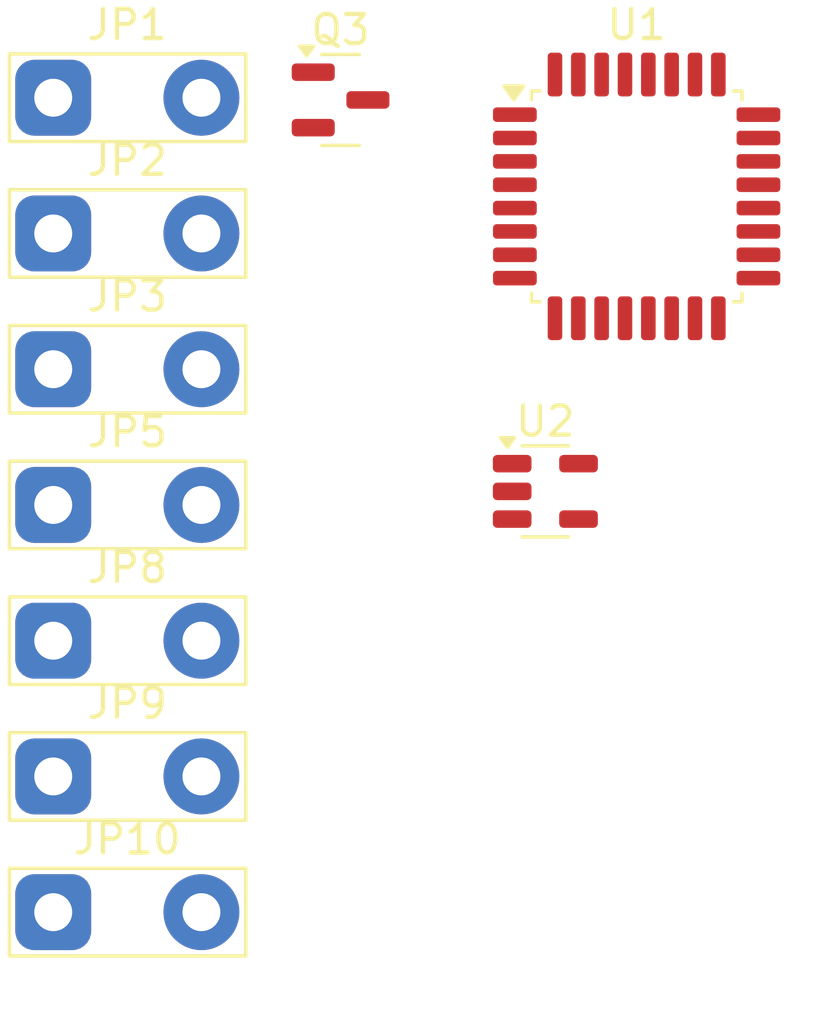
<source format=kicad_pcb>
(kicad_pcb (version 20240108) (generator "pcbnew") (generator_version "8.0")
  (layers (0 "F.Cu" signal) (31 "B.Cu" signal) (34 "B.Paste" user) (35 "F.Paste" user) (36 "B.SilkS" user "B.Silkscreen") (37 "F.SilkS" user "F.Silkscreen") (38 "B.Mask" user) (39 "F.Mask" user) (44 "Edge.Cuts" user))
  (net 0 "")
  (net 1 "LED_R")
  (net 2 "Net-(JP1-A)")
  (net 3 "Net-(JP2-A)")
  (net 4 "LED_G")
  (net 5 "LED_B")
  (net 6 "Net-(JP3-A)")
  (net 7 "BTN_Code")
  (net 8 "Net-(JP5-A)")
  (net 9 "Net-(JP8-A)")
  (net 10 "I2C_SDA")
  (net 11 "I2C_SCL")
  (net 12 "Net-(JP9-A)")
  (net 13 "Net-(J1-Pin_4)")
  (net 14 "USB_VBUS")
  (net 15 "Net-(BZ1--)")
  (net 16 "Net-(Q3-G)")
  (net 17 "GND")
  (net 19 "OSC_OUT")
  (net 22 "Buzzer")
  (net 24 "LED_Status")
  (net 27 "SWDIO")
  (net 29 "ACC_INT2")
  (net 30 "ACC_INT1")
  (net 31 "SWCLK")
  (net 37 "OSC_IN")
  (net 41 "nRST")
  (net 42 "+3V3")
  (footprint "Package_TO_SOT_SMD:SOT-23" (layer "F.Cu") (at 98.675 75.395)
    (property "Reference" "Q3" (at 0 -2.4 0) (layer "F.SilkS"))
    (property "Value" "2N7002H")
    (fp_line (start 0 -1.56) (end -0.65 -1.56) (stroke (width 0.12)) (layer "F.SilkS"))
    (fp_line (start 0 -1.56) (end 0.65 -1.56) (stroke (width 0.12)) (layer "F.SilkS"))
    (fp_line (start 0 1.56) (end -0.65 1.56) (stroke (width 0.12)) (layer "F.SilkS"))
    (fp_line (start 0 1.56) (end 0.65 1.56) (stroke (width 0.12)) (layer "F.SilkS"))
    (fp_poly (pts (xy -1.1625 -1.51) (xy -1.4025 -1.84) (xy -0.9225 -1.84) (xy -1.1625 -1.51)) (stroke (width 0.12)) (fill solid) (layer "F.SilkS"))
    (pad "1" smd roundrect (at -0.9375 -0.95) (size 1.475 0.6) (layers "F.Cu" "F.Paste" "F.Mask") (net 16 "Net-(Q3-G)"))
    (pad "2" smd roundrect (at -0.9375 0.95) (size 1.475 0.6) (layers "F.Cu" "F.Paste" "F.Mask") (net 17 "GND"))
    (pad "3" smd roundrect (at 0.9375 0) (size 1.475 0.6) (layers "F.Cu" "F.Paste" "F.Mask") (net 15 "Net-(BZ1--)"))
  )
  (footprint "TestPoint:TestPoint_2Pads_Pitch5.08mm_Drill1.3mm" (layer "F.Cu") (at 88.825 84.62)
    (property "Reference" "JP3" (at 2.54 -2.5 0) (layer "F.SilkS"))
    (property "Value" "2_Open")
    (fp_line (start -1.5 -1.5) (end -1.5 1.5) (stroke (width 0.12)) (layer "F.SilkS"))
    (fp_line (start -1.5 -1.5) (end 6.6 -1.5) (stroke (width 0.12)) (layer "F.SilkS"))
    (fp_line (start 6.6 1.5) (end -1.5 1.5) (stroke (width 0.12)) (layer "F.SilkS"))
    (fp_line (start 6.6 1.5) (end 6.6 -1.5) (stroke (width 0.12)) (layer "F.SilkS"))
    (pad "1" thru_hole roundrect (at 0 0) (size 2.6 2.6) (drill 1.3) (layers "*.Cu" "*.Mask") (net 6 "Net-(JP3-A)"))
    (pad "2" thru_hole circle (at 5.08 0) (size 2.6 2.6) (drill 1.3) (layers "*.Cu" "*.Mask") (net 5 "LED_B"))
  )
  (footprint "TestPoint:TestPoint_2Pads_Pitch5.08mm_Drill1.3mm" (layer "F.Cu") (at 88.825 103.22)
    (property "Reference" "JP10" (at 2.54 -2.5 0) (layer "F.SilkS"))
    (property "Value" "~")
    (fp_line (start -1.5 -1.5) (end -1.5 1.5) (stroke (width 0.12)) (layer "F.SilkS"))
    (fp_line (start -1.5 -1.5) (end 6.6 -1.5) (stroke (width 0.12)) (layer "F.SilkS"))
    (fp_line (start 6.6 1.5) (end -1.5 1.5) (stroke (width 0.12)) (layer "F.SilkS"))
    (fp_line (start 6.6 1.5) (end 6.6 -1.5) (stroke (width 0.12)) (layer "F.SilkS"))
    (pad "1" thru_hole roundrect (at 0 0) (size 2.6 2.6) (drill 1.3) (layers "*.Cu" "*.Mask") (net 14 "USB_VBUS"))
    (pad "2" thru_hole circle (at 5.08 0) (size 2.6 2.6) (drill 1.3) (layers "*.Cu" "*.Mask") (net 13 "Net-(J1-Pin_4)"))
  )
  (footprint "TestPoint:TestPoint_2Pads_Pitch5.08mm_Drill1.3mm" (layer "F.Cu") (at 88.825 98.57)
    (property "Reference" "JP9" (at 2.54 -2.5 0) (layer "F.SilkS"))
    (property "Value" "2_Open")
    (fp_line (start -1.5 -1.5) (end -1.5 1.5) (stroke (width 0.12)) (layer "F.SilkS"))
    (fp_line (start -1.5 -1.5) (end 6.6 -1.5) (stroke (width 0.12)) (layer "F.SilkS"))
    (fp_line (start 6.6 1.5) (end -1.5 1.5) (stroke (width 0.12)) (layer "F.SilkS"))
    (fp_line (start 6.6 1.5) (end 6.6 -1.5) (stroke (width 0.12)) (layer "F.SilkS"))
    (pad "1" thru_hole roundrect (at 0 0) (size 2.6 2.6) (drill 1.3) (layers "*.Cu" "*.Mask") (net 12 "Net-(JP9-A)"))
    (pad "2" thru_hole circle (at 5.08 0) (size 2.6 2.6) (drill 1.3) (layers "*.Cu" "*.Mask") (net 11 "I2C_SCL"))
  )
  (footprint "TestPoint:TestPoint_2Pads_Pitch5.08mm_Drill1.3mm" (layer "F.Cu") (at 88.825 75.32)
    (property "Reference" "JP1" (at 2.54 -2.5 0) (layer "F.SilkS"))
    (property "Value" "2_Open")
    (fp_line (start -1.5 -1.5) (end -1.5 1.5) (stroke (width 0.12)) (layer "F.SilkS"))
    (fp_line (start -1.5 -1.5) (end 6.6 -1.5) (stroke (width 0.12)) (layer "F.SilkS"))
    (fp_line (start 6.6 1.5) (end -1.5 1.5) (stroke (width 0.12)) (layer "F.SilkS"))
    (fp_line (start 6.6 1.5) (end 6.6 -1.5) (stroke (width 0.12)) (layer "F.SilkS"))
    (pad "1" thru_hole roundrect (at 0 0) (size 2.6 2.6) (drill 1.3) (layers "*.Cu" "*.Mask") (net 2 "Net-(JP1-A)"))
    (pad "2" thru_hole circle (at 5.08 0) (size 2.6 2.6) (drill 1.3) (layers "*.Cu" "*.Mask") (net 1 "LED_R"))
  )
  (footprint "TestPoint:TestPoint_2Pads_Pitch5.08mm_Drill1.3mm" (layer "F.Cu") (at 88.825 79.97)
    (property "Reference" "JP2" (at 2.54 -2.5 0) (layer "F.SilkS"))
    (property "Value" "2_Open")
    (fp_line (start -1.5 -1.5) (end -1.5 1.5) (stroke (width 0.12)) (layer "F.SilkS"))
    (fp_line (start -1.5 -1.5) (end 6.6 -1.5) (stroke (width 0.12)) (layer "F.SilkS"))
    (fp_line (start 6.6 1.5) (end -1.5 1.5) (stroke (width 0.12)) (layer "F.SilkS"))
    (fp_line (start 6.6 1.5) (end 6.6 -1.5) (stroke (width 0.12)) (layer "F.SilkS"))
    (pad "1" thru_hole roundrect (at 0 0) (size 2.6 2.6) (drill 1.3) (layers "*.Cu" "*.Mask") (net 3 "Net-(JP2-A)"))
    (pad "2" thru_hole circle (at 5.08 0) (size 2.6 2.6) (drill 1.3) (layers "*.Cu" "*.Mask") (net 4 "LED_G"))
  )
  (footprint "TestPoint:TestPoint_2Pads_Pitch5.08mm_Drill1.3mm" (layer "F.Cu") (at 88.825 89.27)
    (property "Reference" "JP5" (at 2.54 -2.5 0) (layer "F.SilkS"))
    (property "Value" "2_Open")
    (fp_line (start -1.5 -1.5) (end -1.5 1.5) (stroke (width 0.12)) (layer "F.SilkS"))
    (fp_line (start -1.5 -1.5) (end 6.6 -1.5) (stroke (width 0.12)) (layer "F.SilkS"))
    (fp_line (start 6.6 1.5) (end -1.5 1.5) (stroke (width 0.12)) (layer "F.SilkS"))
    (fp_line (start 6.6 1.5) (end 6.6 -1.5) (stroke (width 0.12)) (layer "F.SilkS"))
    (pad "1" thru_hole roundrect (at 0 0) (size 2.6 2.6) (drill 1.3) (layers "*.Cu" "*.Mask") (net 8 "Net-(JP5-A)"))
    (pad "2" thru_hole circle (at 5.08 0) (size 2.6 2.6) (drill 1.3) (layers "*.Cu" "*.Mask") (net 7 "BTN_Code"))
  )
  (footprint "Package_QFP:LQFP-32_7x7mm_P0.8mm" (layer "F.Cu") (at 108.825 78.7)
    (property "Reference" "U1" (at 0 -5.88 0) (layer "F.SilkS"))
    (property "Value" "STM32G070KBTx")
    (fp_line (start -3.61 -3.61) (end -3.61 -3.31) (stroke (width 0.12)) (layer "F.SilkS"))
    (fp_line (start -3.61 3.61) (end -3.61 3.31) (stroke (width 0.12)) (layer "F.SilkS"))
    (fp_line (start -3.31 -3.61) (end -3.61 -3.61) (stroke (width 0.12)) (layer "F.SilkS"))
    (fp_line (start -3.31 3.61) (end -3.61 3.61) (stroke (width 0.12)) (layer "F.SilkS"))
    (fp_line (start 3.31 -3.61) (end 3.61 -3.61) (stroke (width 0.12)) (layer "F.SilkS"))
    (fp_line (start 3.31 3.61) (end 3.61 3.61) (stroke (width 0.12)) (layer "F.SilkS"))
    (fp_line (start 3.61 -3.61) (end 3.61 -3.31) (stroke (width 0.12)) (layer "F.SilkS"))
    (fp_line (start 3.61 3.61) (end 3.61 3.31) (stroke (width 0.12)) (layer "F.SilkS"))
    (fp_poly (pts (xy -4.2125 -3.31) (xy -4.5525 -3.78) (xy -3.8725 -3.78) (xy -4.2125 -3.31)) (stroke (width 0.12)) (fill solid) (layer "F.SilkS"))
    (pad "1" smd roundrect (at -4.175 -2.8) (size 1.5 0.5) (layers "F.Cu" "F.Paste" "F.Mask"))
    (pad "2" smd roundrect (at -4.175 -2) (size 1.5 0.5) (layers "F.Cu" "F.Paste" "F.Mask") (net 37 "OSC_IN"))
    (pad "3" smd roundrect (at -4.175 -1.2) (size 1.5 0.5) (layers "F.Cu" "F.Paste" "F.Mask") (net 19 "OSC_OUT"))
    (pad "4" smd roundrect (at -4.175 -0.4) (size 1.5 0.5) (layers "F.Cu" "F.Paste" "F.Mask") (net 42 "+3V3"))
    (pad "5" smd roundrect (at -4.175 0.4) (size 1.5 0.5) (layers "F.Cu" "F.Paste" "F.Mask") (net 17 "GND"))
    (pad "6" smd roundrect (at -4.175 1.2) (size 1.5 0.5) (layers "F.Cu" "F.Paste" "F.Mask") (net 41 "nRST"))
    (pad "7" smd roundrect (at -4.175 2) (size 1.5 0.5) (layers "F.Cu" "F.Paste" "F.Mask") (net 29 "ACC_INT2"))
    (pad "8" smd roundrect (at -4.175 2.8) (size 1.5 0.5) (layers "F.Cu" "F.Paste" "F.Mask") (net 30 "ACC_INT1"))
    (pad "9" smd roundrect (at -2.8 4.175) (size 0.5 1.5) (layers "F.Cu" "F.Paste" "F.Mask"))
    (pad "10" smd roundrect (at -2 4.175) (size 0.5 1.5) (layers "F.Cu" "F.Paste" "F.Mask"))
    (pad "11" smd roundrect (at -1.2 4.175) (size 0.5 1.5) (layers "F.Cu" "F.Paste" "F.Mask"))
    (pad "12" smd roundrect (at -0.4 4.175) (size 0.5 1.5) (layers "F.Cu" "F.Paste" "F.Mask"))
    (pad "13" smd roundrect (at 0.4 4.175) (size 0.5 1.5) (layers "F.Cu" "F.Paste" "F.Mask"))
    (pad "14" smd roundrect (at 1.2 4.175) (size 0.5 1.5) (layers "F.Cu" "F.Paste" "F.Mask") (net 22 "Buzzer"))
    (pad "15" smd roundrect (at 2 4.175) (size 0.5 1.5) (layers "F.Cu" "F.Paste" "F.Mask") (net 24 "LED_Status"))
    (pad "16" smd roundrect (at 2.8 4.175) (size 0.5 1.5) (layers "F.Cu" "F.Paste" "F.Mask") (net 7 "BTN_Code"))
    (pad "17" smd roundrect (at 4.175 2.8) (size 1.5 0.5) (layers "F.Cu" "F.Paste" "F.Mask"))
    (pad "18" smd roundrect (at 4.175 2) (size 1.5 0.5) (layers "F.Cu" "F.Paste" "F.Mask") (net 1 "LED_R"))
    (pad "19" smd roundrect (at 4.175 1.2) (size 1.5 0.5) (layers "F.Cu" "F.Paste" "F.Mask") (net 4 "LED_G"))
    (pad "20" smd roundrect (at 4.175 0.4) (size 1.5 0.5) (layers "F.Cu" "F.Paste" "F.Mask"))
    (pad "21" smd roundrect (at 4.175 -0.4) (size 1.5 0.5) (layers "F.Cu" "F.Paste" "F.Mask") (net 5 "LED_B"))
    (pad "22" smd roundrect (at 4.175 -1.2) (size 1.5 0.5) (layers "F.Cu" "F.Paste" "F.Mask"))
    (pad "23" smd roundrect (at 4.175 -2) (size 1.5 0.5) (layers "F.Cu" "F.Paste" "F.Mask"))
    (pad "24" smd roundrect (at 4.175 -2.8) (size 1.5 0.5) (layers "F.Cu" "F.Paste" "F.Mask") (net 27 "SWDIO"))
    (pad "25" smd roundrect (at 2.8 -4.175) (size 0.5 1.5) (layers "F.Cu" "F.Paste" "F.Mask") (net 31 "SWCLK"))
    (pad "26" smd roundrect (at 2 -4.175) (size 0.5 1.5) (layers "F.Cu" "F.Paste" "F.Mask"))
    (pad "27" smd roundrect (at 1.2 -4.175) (size 0.5 1.5) (layers "F.Cu" "F.Paste" "F.Mask"))
    (pad "28" smd roundrect (at 0.4 -4.175) (size 0.5 1.5) (layers "F.Cu" "F.Paste" "F.Mask"))
    (pad "29" smd roundrect (at -0.4 -4.175) (size 0.5 1.5) (layers "F.Cu" "F.Paste" "F.Mask"))
    (pad "30" smd roundrect (at -1.2 -4.175) (size 0.5 1.5) (layers "F.Cu" "F.Paste" "F.Mask"))
    (pad "31" smd roundrect (at -2 -4.175) (size 0.5 1.5) (layers "F.Cu" "F.Paste" "F.Mask") (net 10 "I2C_SDA"))
    (pad "32" smd roundrect (at -2.8 -4.175) (size 0.5 1.5) (layers "F.Cu" "F.Paste" "F.Mask") (net 11 "I2C_SCL"))
  )
  (footprint "Package_TO_SOT_SMD:SOT-23-5" (layer "F.Cu") (at 105.695 88.805)
    (property "Reference" "U2" (at 0 -2.4 0) (layer "F.SilkS"))
    (property "Value" "TLV70233_SOT23-5")
    (fp_line (start 0 -1.56) (end -0.8 -1.56) (stroke (width 0.12)) (layer "F.SilkS"))
    (fp_line (start 0 -1.56) (end 0.8 -1.56) (stroke (width 0.12)) (layer "F.SilkS"))
    (fp_line (start 0 1.56) (end -0.8 1.56) (stroke (width 0.12)) (layer "F.SilkS"))
    (fp_line (start 0 1.56) (end 0.8 1.56) (stroke (width 0.12)) (layer "F.SilkS"))
    (fp_poly (pts (xy -1.3 -1.51) (xy -1.54 -1.84) (xy -1.06 -1.84) (xy -1.3 -1.51)) (stroke (width 0.12)) (fill solid) (layer "F.SilkS"))
    (pad "1" smd roundrect (at -1.1375 -0.95) (size 1.325 0.6) (layers "F.Cu" "F.Paste" "F.Mask") (net 14 "USB_VBUS"))
    (pad "2" smd roundrect (at -1.1375 0) (size 1.325 0.6) (layers "F.Cu" "F.Paste" "F.Mask") (net 17 "GND"))
    (pad "3" smd roundrect (at -1.1375 0.95) (size 1.325 0.6) (layers "F.Cu" "F.Paste" "F.Mask") (net 14 "USB_VBUS"))
    (pad "4" smd roundrect (at 1.1375 0.95) (size 1.325 0.6) (layers "F.Cu" "F.Paste" "F.Mask"))
    (pad "5" smd roundrect (at 1.1375 -0.95) (size 1.325 0.6) (layers "F.Cu" "F.Paste" "F.Mask") (net 42 "+3V3"))
  )
  (footprint "TestPoint:TestPoint_2Pads_Pitch5.08mm_Drill1.3mm" (layer "F.Cu") (at 88.825 93.92)
    (property "Reference" "JP8" (at 2.54 -2.5 0) (layer "F.SilkS"))
    (property "Value" "2_Open")
    (fp_line (start -1.5 -1.5) (end -1.5 1.5) (stroke (width 0.12)) (layer "F.SilkS"))
    (fp_line (start -1.5 -1.5) (end 6.6 -1.5) (stroke (width 0.12)) (layer "F.SilkS"))
    (fp_line (start 6.6 1.5) (end -1.5 1.5) (stroke (width 0.12)) (layer "F.SilkS"))
    (fp_line (start 6.6 1.5) (end 6.6 -1.5) (stroke (width 0.12)) (layer "F.SilkS"))
    (pad "1" thru_hole roundrect (at 0 0) (size 2.6 2.6) (drill 1.3) (layers "*.Cu" "*.Mask") (net 9 "Net-(JP8-A)"))
    (pad "2" thru_hole circle (at 5.08 0) (size 2.6 2.6) (drill 1.3) (layers "*.Cu" "*.Mask") (net 10 "I2C_SDA"))
  )
)
</source>
